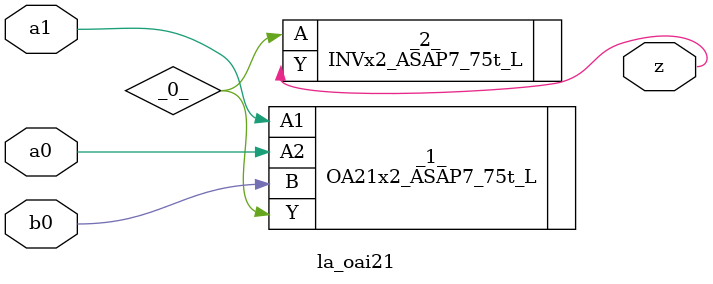
<source format=v>

/* Generated by Yosys 0.37 (git sha1 a5c7f69ed, clang 14.0.0-1ubuntu1.1 -fPIC -Os) */

module la_oai21(a0, a1, b0, z);
  wire _0_;
  input a0;
  wire a0;
  input a1;
  wire a1;
  input b0;
  wire b0;
  output z;
  wire z;
  OA21x2_ASAP7_75t_L _1_ (
    .A1(a1),
    .A2(a0),
    .B(b0),
    .Y(_0_)
  );
  INVx2_ASAP7_75t_L _2_ (
    .A(_0_),
    .Y(z)
  );
endmodule

</source>
